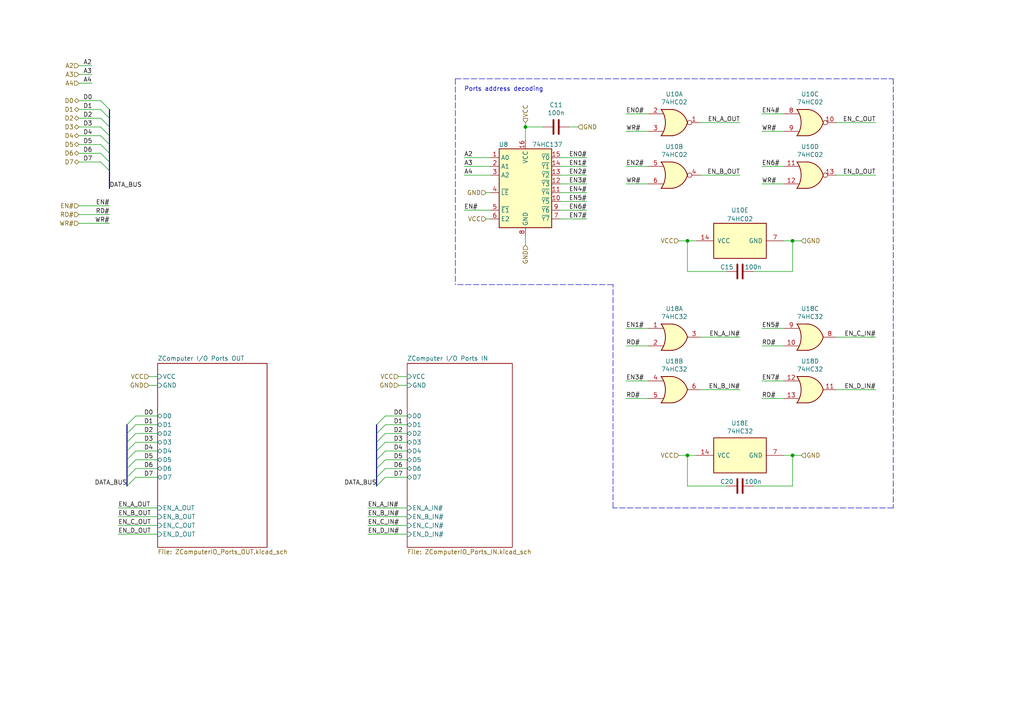
<source format=kicad_sch>
(kicad_sch (version 20211123) (generator eeschema)
  (paper "A4")
  (title_block (title "ZComputer I/O Ports") (date "2021-10-20") (rev "v1.2") (company "Maxime Chretien") (comment 1 "mchretien@linuxmail.org"))
  (lib_symbols
    (symbol "74xx:74HC02" (pin_names (offset 1.016))
      (property "Reference" "U" (at 0 1.27 0))
      (property "Value" "74HC02" (at 0 -1.27 0))
      (symbol "74HC02_1_1"
        (arc (start -3.81 -3.81) (mid -2.589 0) (end -3.81 3.81) (stroke (width 0.254)))
        (arc (start -0.6096 -3.81) (mid 2.1842 -2.5851) (end 3.81 0) (stroke (width 0.254)) (fill (type background)))
        (polyline (pts (xy -3.81 -3.81) (xy -0.635 -3.81)) (stroke (width 0.254)) (fill (type background)))
        (polyline (pts (xy -3.81 3.81) (xy -0.635 3.81)) (stroke (width 0.254)) (fill (type background)))
        (polyline (pts (xy -0.635 3.81) (xy -3.81 3.81) (xy -3.81 3.81) (xy -3.556 3.4036) (xy -3.0226 2.2606) (xy -2.6924 1.0414) (xy -2.6162 -0.254) (xy -2.7686 -1.4986) (xy -3.175 -2.7178) (xy -3.81 -3.81) (xy -3.81 -3.81) (xy -0.635 -3.81)) (stroke (width -25.4)) (fill (type background)))
        (arc (start 3.81 0) (mid 2.1915 2.5936) (end -0.6096 3.81) (stroke (width 0.254)) (fill (type background)))
        (pin output inverted (at 7.62 0 180) (length 3.81) (name "~") (number "1"))
        (pin input line (at -7.62 2.54 0) (length 4.318) (name "~") (number "2"))
        (pin input line (at -7.62 -2.54 0) (length 4.318) (name "~") (number "3"))
      )
      (symbol "74HC02_1_2"
        (arc (start 0 -3.81) (mid 3.81 0) (end 0 3.81) (stroke (width 0.254)) (fill (type background)))
        (polyline (pts (xy 0 3.81) (xy -3.81 3.81) (xy -3.81 -3.81) (xy 0 -3.81)) (stroke (width 0.254)) (fill (type background)))
        (pin output line (at 7.62 0 180) (length 3.81) (name "~") (number "1"))
        (pin input inverted (at -7.62 2.54 0) (length 3.81) (name "~") (number "2"))
        (pin input inverted (at -7.62 -2.54 0) (length 3.81) (name "~") (number "3"))
      )
      (symbol "74HC02_2_1"
        (arc (start -3.81 -3.81) (mid -2.589 0) (end -3.81 3.81) (stroke (width 0.254)))
        (arc (start -0.6096 -3.81) (mid 2.1842 -2.5851) (end 3.81 0) (stroke (width 0.254)) (fill (type background)))
        (polyline (pts (xy -3.81 -3.81) (xy -0.635 -3.81)) (stroke (width 0.254)) (fill (type background)))
        (polyline (pts (xy -3.81 3.81) (xy -0.635 3.81)) (stroke (width 0.254)) (fill (type background)))
        (polyline (pts (xy -0.635 3.81) (xy -3.81 3.81) (xy -3.81 3.81) (xy -3.556 3.4036) (xy -3.0226 2.2606) (xy -2.6924 1.0414) (xy -2.6162 -0.254) (xy -2.7686 -1.4986) (xy -3.175 -2.7178) (xy -3.81 -3.81) (xy -3.81 -3.81) (xy -0.635 -3.81)) (stroke (width -25.4)) (fill (type background)))
        (arc (start 3.81 0) (mid 2.1915 2.5936) (end -0.6096 3.81) (stroke (width 0.254)) (fill (type background)))
        (pin output inverted (at 7.62 0 180) (length 3.81) (name "~") (number "4"))
        (pin input line (at -7.62 2.54 0) (length 4.318) (name "~") (number "5"))
        (pin input line (at -7.62 -2.54 0) (length 4.318) (name "~") (number "6"))
      )
      (symbol "74HC02_2_2"
        (arc (start 0 -3.81) (mid 3.81 0) (end 0 3.81) (stroke (width 0.254)) (fill (type background)))
        (polyline (pts (xy 0 3.81) (xy -3.81 3.81) (xy -3.81 -3.81) (xy 0 -3.81)) (stroke (width 0.254)) (fill (type background)))
        (pin output line (at 7.62 0 180) (length 3.81) (name "~") (number "4"))
        (pin input inverted (at -7.62 2.54 0) (length 3.81) (name "~") (number "5"))
        (pin input inverted (at -7.62 -2.54 0) (length 3.81) (name "~") (number "6"))
      )
      (symbol "74HC02_3_1"
        (arc (start -3.81 -3.81) (mid -2.589 0) (end -3.81 3.81) (stroke (width 0.254)))
        (arc (start -0.6096 -3.81) (mid 2.1842 -2.5851) (end 3.81 0) (stroke (width 0.254)) (fill (type background)))
        (polyline (pts (xy -3.81 -3.81) (xy -0.635 -3.81)) (stroke (width 0.254)) (fill (type background)))
        (polyline (pts (xy -3.81 3.81) (xy -0.635 3.81)) (stroke (width 0.254)) (fill (type background)))
        (polyline (pts (xy -0.635 3.81) (xy -3.81 3.81) (xy -3.81 3.81) (xy -3.556 3.4036) (xy -3.0226 2.2606) (xy -2.6924 1.0414) (xy -2.6162 -0.254) (xy -2.7686 -1.4986) (xy -3.175 -2.7178) (xy -3.81 -3.81) (xy -3.81 -3.81) (xy -0.635 -3.81)) (stroke (width -25.4)) (fill (type background)))
        (arc (start 3.81 0) (mid 2.1915 2.5936) (end -0.6096 3.81) (stroke (width 0.254)) (fill (type background)))
        (pin output inverted (at 7.62 0 180) (length 3.81) (name "~") (number "10"))
        (pin input line (at -7.62 2.54 0) (length 4.318) (name "~") (number "8"))
        (pin input line (at -7.62 -2.54 0) (length 4.318) (name "~") (number "9"))
      )
      (symbol "74HC02_3_2"
        (arc (start 0 -3.81) (mid 3.81 0) (end 0 3.81) (stroke (width 0.254)) (fill (type background)))
        (polyline (pts (xy 0 3.81) (xy -3.81 3.81) (xy -3.81 -3.81) (xy 0 -3.81)) (stroke (width 0.254)) (fill (type background)))
        (pin output line (at 7.62 0 180) (length 3.81) (name "~") (number "10"))
        (pin input inverted (at -7.62 2.54 0) (length 3.81) (name "~") (number "8"))
        (pin input inverted (at -7.62 -2.54 0) (length 3.81) (name "~") (number "9"))
      )
      (symbol "74HC02_4_1"
        (arc (start -3.81 -3.81) (mid -2.589 0) (end -3.81 3.81) (stroke (width 0.254)))
        (arc (start -0.6096 -3.81) (mid 2.1842 -2.5851) (end 3.81 0) (stroke (width 0.254)) (fill (type background)))
        (polyline (pts (xy -3.81 -3.81) (xy -0.635 -3.81)) (stroke (width 0.254)) (fill (type background)))
        (polyline (pts (xy -3.81 3.81) (xy -0.635 3.81)) (stroke (width 0.254)) (fill (type background)))
        (polyline (pts (xy -0.635 3.81) (xy -3.81 3.81) (xy -3.81 3.81) (xy -3.556 3.4036) (xy -3.0226 2.2606) (xy -2.6924 1.0414) (xy -2.6162 -0.254) (xy -2.7686 -1.4986) (xy -3.175 -2.7178) (xy -3.81 -3.81) (xy -3.81 -3.81) (xy -0.635 -3.81)) (stroke (width -25.4)) (fill (type background)))
        (arc (start 3.81 0) (mid 2.1915 2.5936) (end -0.6096 3.81) (stroke (width 0.254)) (fill (type background)))
        (pin input line (at -7.62 2.54 0) (length 4.318) (name "~") (number "11"))
        (pin input line (at -7.62 -2.54 0) (length 4.318) (name "~") (number "12"))
        (pin output inverted (at 7.62 0 180) (length 3.81) (name "~") (number "13"))
      )
      (symbol "74HC02_4_2"
        (arc (start 0 -3.81) (mid 3.81 0) (end 0 3.81) (stroke (width 0.254)) (fill (type background)))
        (polyline (pts (xy 0 3.81) (xy -3.81 3.81) (xy -3.81 -3.81) (xy 0 -3.81)) (stroke (width 0.254)) (fill (type background)))
        (pin input inverted (at -7.62 2.54 0) (length 3.81) (name "~") (number "11"))
        (pin input inverted (at -7.62 -2.54 0) (length 3.81) (name "~") (number "12"))
        (pin output line (at 7.62 0 180) (length 3.81) (name "~") (number "13"))
      )
      (symbol "74HC02_5_0"
        (pin power_in line (at 0 12.7 270) (length 5.08) (name "VCC") (number "14"))
        (pin power_in line (at 0 -12.7 90) (length 5.08) (name "GND") (number "7"))
      )
      (symbol "74HC02_5_1"
        (rectangle (start -5.08 7.62) (end 5.08 -7.62) (stroke (width 0.254)) (fill (type background)))
      )
    )
    (symbol "74xx:74HC137"
      (property "Reference" "U" (at -7.62 13.97 0))
      (property "Value" "74HC137" (at 2.54 -11.43 0))
      (symbol "74HC137_0_1"
        (rectangle (start -7.62 12.7) (end 7.62 -10.16) (stroke (width 0.254)) (fill (type background)))
      )
      (symbol "74HC137_1_1"
        (pin input line (at -10.16 10.16 0) (length 2.54) (name "A0") (number "1"))
        (pin output line (at 10.16 -2.54 180) (length 2.54) (name "~{Y5}") (number "10"))
        (pin output line (at 10.16 0 180) (length 2.54) (name "~{Y4}") (number "11"))
        (pin output line (at 10.16 2.54 180) (length 2.54) (name "~{Y3}") (number "12"))
        (pin output line (at 10.16 5.08 180) (length 2.54) (name "~{Y2}") (number "13"))
        (pin output line (at 10.16 7.62 180) (length 2.54) (name "~{Y1}") (number "14"))
        (pin output line (at 10.16 10.16 180) (length 2.54) (name "~{Y0}") (number "15"))
        (pin power_in line (at 0 15.24 270) (length 2.54) (name "VCC") (number "16"))
        (pin input line (at -10.16 7.62 0) (length 2.54) (name "A1") (number "2"))
        (pin input line (at -10.16 5.08 0) (length 2.54) (name "A2") (number "3"))
        (pin input line (at -10.16 0 0) (length 2.54) (name "~{LE}") (number "4"))
        (pin input line (at -10.16 -5.08 0) (length 2.54) (name "~{E1}") (number "5"))
        (pin input line (at -10.16 -7.62 0) (length 2.54) (name "E2") (number "6"))
        (pin output line (at 10.16 -7.62 180) (length 2.54) (name "~{Y7}") (number "7"))
        (pin power_in line (at 0 -12.7 90) (length 2.54) (name "GND") (number "8"))
        (pin output line (at 10.16 -5.08 180) (length 2.54) (name "~{Y6}") (number "9"))
      )
    )
    (symbol "Device:C" (pin_numbers hide) (pin_names (offset 0.254))
      (property "Reference" "C" (at 0.635 2.54 0))
      (property "Value" "C" (at 0.635 -2.54 0))
      (symbol "C_0_1"
        (polyline (pts (xy -2.032 -0.762) (xy 2.032 -0.762)) (stroke (width 0.508)))
        (polyline (pts (xy -2.032 0.762) (xy 2.032 0.762)) (stroke (width 0.508)))
      )
      (symbol "C_1_1"
        (pin passive line (at 0 3.81 270) (length 2.794) (name "~") (number "1"))
        (pin passive line (at 0 -3.81 90) (length 2.794) (name "~") (number "2"))
      )
    )
    (symbol "Perso:74HC32" (pin_names (offset 1.016))
      (property "Reference" "U" (at 0 1.27 0))
      (property "Value" "74HC32" (at 0 -1.27 0))
      (symbol "74HC32_1_1"
        (arc (start -3.81 -3.81) (mid -2.589 0) (end -3.81 3.81) (stroke (width 0.254)))
        (arc (start -0.6096 -3.81) (mid 2.1855 -2.584) (end 3.81 0) (stroke (width 0.254)) (fill (type background)))
        (polyline (pts (xy -3.81 -3.81) (xy -0.635 -3.81)) (stroke (width 0.254)) (fill (type background)))
        (polyline (pts (xy -3.81 3.81) (xy -0.635 3.81)) (stroke (width 0.254)) (fill (type background)))
        (polyline (pts (xy -0.635 3.81) (xy -3.81 3.81) (xy -3.81 3.81) (xy -3.556 3.4036) (xy -3.0226 2.2606) (xy -2.6924 1.0414) (xy -2.6162 -0.254) (xy -2.7686 -1.4986) (xy -3.175 -2.7178) (xy -3.81 -3.81) (xy -3.81 -3.81) (xy -0.635 -3.81)) (stroke (width -25.4)) (fill (type background)))
        (arc (start 3.81 0) (mid 2.1928 2.5925) (end -0.6096 3.81) (stroke (width 0.254)) (fill (type background)))
        (pin input line (at -7.62 2.54 0) (length 4.318) (name "~") (number "1"))
        (pin input line (at -7.62 -2.54 0) (length 4.318) (name "~") (number "2"))
        (pin output line (at 7.62 0 180) (length 3.81) (name "~") (number "3"))
      )
      (symbol "74HC32_1_2"
        (arc (start 0 -3.81) (mid 3.81 0) (end 0 3.81) (stroke (width 0.254)) (fill (type background)))
        (polyline (pts (xy 0 3.81) (xy -3.81 3.81) (xy -3.81 -3.81) (xy 0 -3.81)) (stroke (width 0.254)) (fill (type background)))
        (pin input inverted (at -7.62 2.54 0) (length 3.81) (name "~") (number "1"))
        (pin input inverted (at -7.62 -2.54 0) (length 3.81) (name "~") (number "2"))
        (pin output inverted (at 7.62 0 180) (length 3.81) (name "~") (number "3"))
      )
      (symbol "74HC32_2_1"
        (arc (start -3.81 -3.81) (mid -2.589 0) (end -3.81 3.81) (stroke (width 0.254)))
        (arc (start -0.6096 -3.81) (mid 2.1855 -2.584) (end 3.81 0) (stroke (width 0.254)) (fill (type background)))
        (polyline (pts (xy -3.81 -3.81) (xy -0.635 -3.81)) (stroke (width 0.254)) (fill (type background)))
        (polyline (pts (xy -3.81 3.81) (xy -0.635 3.81)) (stroke (width 0.254)) (fill (type background)))
        (polyline (pts (xy -0.635 3.81) (xy -3.81 3.81) (xy -3.81 3.81) (xy -3.556 3.4036) (xy -3.0226 2.2606) (xy -2.6924 1.0414) (xy -2.6162 -0.254) (xy -2.7686 -1.4986) (xy -3.175 -2.7178) (xy -3.81 -3.81) (xy -3.81 -3.81) (xy -0.635 -3.81)) (stroke (width -25.4)) (fill (type background)))
        (arc (start 3.81 0) (mid 2.1928 2.5925) (end -0.6096 3.81) (stroke (width 0.254)) (fill (type background)))
        (pin input line (at -7.62 2.54 0) (length 4.318) (name "~") (number "4"))
        (pin input line (at -7.62 -2.54 0) (length 4.318) (name "~") (number "5"))
        (pin output line (at 7.62 0 180) (length 3.81) (name "~") (number "6"))
      )
      (symbol "74HC32_2_2"
        (arc (start 0 -3.81) (mid 3.81 0) (end 0 3.81) (stroke (width 0.254)) (fill (type background)))
        (polyline (pts (xy 0 3.81) (xy -3.81 3.81) (xy -3.81 -3.81) (xy 0 -3.81)) (stroke (width 0.254)) (fill (type background)))
        (pin input inverted (at -7.62 2.54 0) (length 3.81) (name "~") (number "4"))
        (pin input inverted (at -7.62 -2.54 0) (length 3.81) (name "~") (number "5"))
        (pin output inverted (at 7.62 0 180) (length 3.81) (name "~") (number "6"))
      )
      (symbol "74HC32_3_1"
        (arc (start -3.81 -3.81) (mid -2.589 0) (end -3.81 3.81) (stroke (width 0.254)))
        (arc (start -0.6096 -3.81) (mid 2.1855 -2.584) (end 3.81 0) (stroke (width 0.254)) (fill (type background)))
        (polyline (pts (xy -3.81 -3.81) (xy -0.635 -3.81)) (stroke (width 0.254)) (fill (type background)))
        (polyline (pts (xy -3.81 3.81) (xy -0.635 3.81)) (stroke (width 0.254)) (fill (type background)))
        (polyline (pts (xy -0.635 3.81) (xy -3.81 3.81) (xy -3.81 3.81) (xy -3.556 3.4036) (xy -3.0226 2.2606) (xy -2.6924 1.0414) (xy -2.6162 -0.254) (xy -2.7686 -1.4986) (xy -3.175 -2.7178) (xy -3.81 -3.81) (xy -3.81 -3.81) (xy -0.635 -3.81)) (stroke (width -25.4)) (fill (type background)))
        (arc (start 3.81 0) (mid 2.1928 2.5925) (end -0.6096 3.81) (stroke (width 0.254)) (fill (type background)))
        (pin input line (at -7.62 -2.54 0) (length 4.318) (name "~") (number "10"))
        (pin output line (at 7.62 0 180) (length 3.81) (name "~") (number "8"))
        (pin input line (at -7.62 2.54 0) (length 4.318) (name "~") (number "9"))
      )
      (symbol "74HC32_3_2"
        (arc (start 0 -3.81) (mid 3.81 0) (end 0 3.81) (stroke (width 0.254)) (fill (type background)))
        (polyline (pts (xy 0 3.81) (xy -3.81 3.81) (xy -3.81 -3.81) (xy 0 -3.81)) (stroke (width 0.254)) (fill (type background)))
        (pin input inverted (at -7.62 -2.54 0) (length 3.81) (name "~") (number "10"))
        (pin output inverted (at 7.62 0 180) (length 3.81) (name "~") (number "8"))
        (pin input inverted (at -7.62 2.54 0) (length 3.81) (name "~") (number "9"))
      )
      (symbol "74HC32_4_1"
        (arc (start -3.81 -3.81) (mid -2.589 0) (end -3.81 3.81) (stroke (width 0.254)))
        (arc (start -0.6096 -3.81) (mid 2.1855 -2.584) (end 3.81 0) (stroke (width 0.254)) (fill (type background)))
        (polyline (pts (xy -3.81 -3.81) (xy -0.635 -3.81)) (stroke (width 0.254)) (fill (type background)))
        (polyline (pts (xy -3.81 3.81) (xy -0.635 3.81)) (stroke (width 0.254)) (fill (type background)))
        (polyline (pts (xy -0.635 3.81) (xy -3.81 3.81) (xy -3.81 3.81) (xy -3.556 3.4036) (xy -3.0226 2.2606) (xy -2.6924 1.0414) (xy -2.6162 -0.254) (xy -2.7686 -1.4986) (xy -3.175 -2.7178) (xy -3.81 -3.81) (xy -3.81 -3.81) (xy -0.635 -3.81)) (stroke (width -25.4)) (fill (type background)))
        (arc (start 3.81 0) (mid 2.1928 2.5925) (end -0.6096 3.81) (stroke (width 0.254)) (fill (type background)))
        (pin output line (at 7.62 0 180) (length 3.81) (name "~") (number "11"))
        (pin input line (at -7.62 2.54 0) (length 4.318) (name "~") (number "12"))
        (pin input line (at -7.62 -2.54 0) (length 4.318) (name "~") (number "13"))
      )
      (symbol "74HC32_4_2"
        (arc (start 0 -3.81) (mid 3.81 0) (end 0 3.81) (stroke (width 0.254)) (fill (type background)))
        (polyline (pts (xy 0 3.81) (xy -3.81 3.81) (xy -3.81 -3.81) (xy 0 -3.81)) (stroke (width 0.254)) (fill (type background)))
        (pin output inverted (at 7.62 0 180) (length 3.81) (name "~") (number "11"))
        (pin input inverted (at -7.62 2.54 0) (length 3.81) (name "~") (number "12"))
        (pin input inverted (at -7.62 -2.54 0) (length 3.81) (name "~") (number "13"))
      )
      (symbol "74HC32_5_0"
        (pin power_in line (at 0 12.7 270) (length 5.08) (name "VCC") (number "14"))
        (pin power_in line (at 0 -12.7 90) (length 5.08) (name "GND") (number "7"))
      )
      (symbol "74HC32_5_1"
        (rectangle (start -5.08 7.62) (end 5.08 -7.62) (stroke (width 0.254)) (fill (type background)))
      )
    )
  )
  (junction (at 229.87 132.08))
  (junction (at 199.39 132.08))
  (junction (at 229.87 69.85))
  (junction (at 152.4 36.83))
  (junction (at 199.39 69.85))
  (bus_entry (at 29.21 39.37) (size 2.54 2.54))
  (bus_entry (at 111.76 138.43) (size -2.54 2.54))
  (bus_entry (at 111.76 133.35) (size -2.54 2.54))
  (bus_entry (at 111.76 123.19) (size -2.54 2.54))
  (bus_entry (at 29.21 41.91) (size 2.54 2.54))
  (bus_entry (at 29.21 31.75) (size 2.54 2.54))
  (bus_entry (at 111.76 130.81) (size -2.54 2.54))
  (bus_entry (at 39.37 135.89) (size -2.54 2.54))
  (bus_entry (at 29.21 36.83) (size 2.54 2.54))
  (bus_entry (at 39.37 120.65) (size -2.54 2.54))
  (bus_entry (at 39.37 125.73) (size -2.54 2.54))
  (bus_entry (at 39.37 128.27) (size -2.54 2.54))
  (bus_entry (at 39.37 123.19) (size -2.54 2.54))
  (bus_entry (at 111.76 135.89) (size -2.54 2.54))
  (bus_entry (at 111.76 128.27) (size -2.54 2.54))
  (bus_entry (at 39.37 130.81) (size -2.54 2.54))
  (bus_entry (at 29.21 44.45) (size 2.54 2.54))
  (bus_entry (at 111.76 120.65) (size -2.54 2.54))
  (bus_entry (at 39.37 133.35) (size -2.54 2.54))
  (bus_entry (at 29.21 34.29) (size 2.54 2.54))
  (bus_entry (at 111.76 125.73) (size -2.54 2.54))
  (bus_entry (at 29.21 46.99) (size 2.54 2.54))
  (bus_entry (at 39.37 138.43) (size -2.54 2.54))
  (bus_entry (at 29.21 29.21) (size 2.54 2.54))
  (wire (pts (xy 118.11 123.19) (xy 111.76 123.19)))
  (wire (pts (xy 187.96 38.1) (xy 181.61 38.1)))
  (wire (pts (xy 22.86 24.13) (xy 26.67 24.13)))
  (bus (pts (xy 109.22 125.73) (xy 109.22 128.27)))
  (wire (pts (xy 218.44 78.74) (xy 229.87 78.74)))
  (wire (pts (xy 162.56 45.72) (xy 170.18 45.72)))
  (wire (pts (xy 142.24 50.8) (xy 134.62 50.8)))
  (wire (pts (xy 22.86 46.99) (xy 29.21 46.99)))
  (wire (pts (xy 22.86 34.29) (xy 29.21 34.29)))
  (wire (pts (xy 118.11 125.73) (xy 111.76 125.73)))
  (wire (pts (xy 118.11 138.43) (xy 111.76 138.43)))
  (wire (pts (xy 118.11 128.27) (xy 111.76 128.27)))
  (wire (pts (xy 199.39 78.74) (xy 210.82 78.74)))
  (wire (pts (xy 242.57 35.56) (xy 254 35.56)))
  (wire (pts (xy 45.72 147.32) (xy 34.29 147.32)))
  (wire (pts (xy 227.33 38.1) (xy 220.98 38.1)))
  (wire (pts (xy 242.57 97.79) (xy 254 97.79)))
  (wire (pts (xy 203.2 97.79) (xy 214.63 97.79)))
  (bus (pts (xy 31.75 49.53) (xy 31.75 54.61)))
  (wire (pts (xy 232.41 132.08) (xy 229.87 132.08)))
  (wire (pts (xy 118.11 154.94) (xy 106.68 154.94)))
  (wire (pts (xy 118.11 152.4) (xy 106.68 152.4)))
  (wire (pts (xy 45.72 152.4) (xy 34.29 152.4)))
  (bus (pts (xy 36.83 135.89) (xy 36.83 138.43)))
  (wire (pts (xy 22.86 39.37) (xy 29.21 39.37)))
  (bus (pts (xy 109.22 128.27) (xy 109.22 130.81)))
  (wire (pts (xy 31.75 59.69) (xy 22.86 59.69)))
  (wire (pts (xy 152.4 35.56) (xy 152.4 36.83)))
  (wire (pts (xy 227.33 115.57) (xy 220.98 115.57)))
  (wire (pts (xy 218.44 140.97) (xy 229.87 140.97)))
  (wire (pts (xy 22.86 36.83) (xy 29.21 36.83)))
  (wire (pts (xy 162.56 50.8) (xy 170.18 50.8)))
  (wire (pts (xy 187.96 33.02) (xy 181.61 33.02)))
  (wire (pts (xy 45.72 133.35) (xy 39.37 133.35)))
  (wire (pts (xy 45.72 128.27) (xy 39.37 128.27)))
  (wire (pts (xy 152.4 36.83) (xy 152.4 40.64)))
  (bus (pts (xy 31.75 46.99) (xy 31.75 49.53)))
  (wire (pts (xy 227.33 33.02) (xy 220.98 33.02)))
  (polyline (pts (xy 132.08 22.86) (xy 259.08 22.86)))
  (wire (pts (xy 199.39 140.97) (xy 199.39 132.08)))
  (bus (pts (xy 109.22 133.35) (xy 109.22 135.89)))
  (wire (pts (xy 203.2 35.56) (xy 214.63 35.56)))
  (wire (pts (xy 118.11 130.81) (xy 111.76 130.81)))
  (wire (pts (xy 162.56 58.42) (xy 170.18 58.42)))
  (bus (pts (xy 31.75 44.45) (xy 31.75 46.99)))
  (wire (pts (xy 31.75 64.77) (xy 22.86 64.77)))
  (wire (pts (xy 29.21 29.21) (xy 22.86 29.21)))
  (wire (pts (xy 22.86 19.05) (xy 26.67 19.05)))
  (wire (pts (xy 118.11 149.86) (xy 106.68 149.86)))
  (wire (pts (xy 187.96 110.49) (xy 181.61 110.49)))
  (wire (pts (xy 45.72 135.89) (xy 39.37 135.89)))
  (wire (pts (xy 199.39 132.08) (xy 196.85 132.08)))
  (polyline (pts (xy 132.08 22.86) (xy 132.08 82.55)))
  (wire (pts (xy 43.18 111.76) (xy 45.72 111.76)))
  (wire (pts (xy 142.24 60.96) (xy 134.62 60.96)))
  (wire (pts (xy 22.86 41.91) (xy 29.21 41.91)))
  (wire (pts (xy 227.33 48.26) (xy 220.98 48.26)))
  (bus (pts (xy 36.83 125.73) (xy 36.83 128.27)))
  (wire (pts (xy 118.11 135.89) (xy 111.76 135.89)))
  (wire (pts (xy 140.97 55.88) (xy 142.24 55.88)))
  (wire (pts (xy 187.96 100.33) (xy 181.61 100.33)))
  (wire (pts (xy 45.72 125.73) (xy 39.37 125.73)))
  (wire (pts (xy 201.93 132.08) (xy 199.39 132.08)))
  (wire (pts (xy 229.87 69.85) (xy 227.33 69.85)))
  (wire (pts (xy 45.72 109.22) (xy 43.18 109.22)))
  (wire (pts (xy 199.39 140.97) (xy 210.82 140.97)))
  (polyline (pts (xy 259.08 22.86) (xy 259.08 147.32)))
  (wire (pts (xy 118.11 147.32) (xy 106.68 147.32)))
  (polyline (pts (xy 177.8 82.55) (xy 132.08 82.55)))
  (wire (pts (xy 45.72 138.43) (xy 39.37 138.43)))
  (wire (pts (xy 162.56 53.34) (xy 170.18 53.34)))
  (wire (pts (xy 115.57 111.76) (xy 118.11 111.76)))
  (wire (pts (xy 162.56 63.5) (xy 170.18 63.5)))
  (wire (pts (xy 162.56 60.96) (xy 170.18 60.96)))
  (wire (pts (xy 157.48 36.83) (xy 152.4 36.83)))
  (polyline (pts (xy 177.8 147.32) (xy 177.8 82.55)))
  (wire (pts (xy 199.39 69.85) (xy 196.85 69.85)))
  (wire (pts (xy 142.24 63.5) (xy 140.97 63.5)))
  (bus (pts (xy 36.83 128.27) (xy 36.83 130.81)))
  (bus (pts (xy 31.75 39.37) (xy 31.75 41.91)))
  (bus (pts (xy 31.75 36.83) (xy 31.75 39.37)))
  (wire (pts (xy 45.72 154.94) (xy 34.29 154.94)))
  (wire (pts (xy 199.39 78.74) (xy 199.39 69.85)))
  (wire (pts (xy 203.2 113.03) (xy 214.63 113.03)))
  (wire (pts (xy 45.72 149.86) (xy 34.29 149.86)))
  (wire (pts (xy 242.57 50.8) (xy 254 50.8)))
  (wire (pts (xy 229.87 69.85) (xy 229.87 78.74)))
  (bus (pts (xy 36.83 130.81) (xy 36.83 133.35)))
  (wire (pts (xy 187.96 53.34) (xy 181.61 53.34)))
  (wire (pts (xy 162.56 48.26) (xy 170.18 48.26)))
  (wire (pts (xy 187.96 115.57) (xy 181.61 115.57)))
  (wire (pts (xy 203.2 50.8) (xy 214.63 50.8)))
  (wire (pts (xy 118.11 133.35) (xy 111.76 133.35)))
  (wire (pts (xy 227.33 110.49) (xy 220.98 110.49)))
  (wire (pts (xy 45.72 130.81) (xy 39.37 130.81)))
  (wire (pts (xy 45.72 123.19) (xy 39.37 123.19)))
  (wire (pts (xy 22.86 44.45) (xy 29.21 44.45)))
  (wire (pts (xy 201.93 69.85) (xy 199.39 69.85)))
  (bus (pts (xy 109.22 138.43) (xy 109.22 140.97)))
  (wire (pts (xy 227.33 100.33) (xy 220.98 100.33)))
  (wire (pts (xy 111.76 120.65) (xy 118.11 120.65)))
  (wire (pts (xy 22.86 31.75) (xy 29.21 31.75)))
  (bus (pts (xy 31.75 41.91) (xy 31.75 44.45)))
  (wire (pts (xy 242.57 113.03) (xy 254 113.03)))
  (bus (pts (xy 109.22 135.89) (xy 109.22 138.43)))
  (wire (pts (xy 142.24 48.26) (xy 134.62 48.26)))
  (bus (pts (xy 109.22 123.19) (xy 109.22 125.73)))
  (wire (pts (xy 229.87 132.08) (xy 229.87 140.97)))
  (bus (pts (xy 109.22 130.81) (xy 109.22 133.35)))
  (wire (pts (xy 229.87 132.08) (xy 227.33 132.08)))
  (wire (pts (xy 31.75 62.23) (xy 22.86 62.23)))
  (wire (pts (xy 26.67 21.59) (xy 22.86 21.59)))
  (wire (pts (xy 187.96 48.26) (xy 181.61 48.26)))
  (wire (pts (xy 162.56 55.88) (xy 170.18 55.88)))
  (bus (pts (xy 31.75 34.29) (xy 31.75 36.83)))
  (wire (pts (xy 39.37 120.65) (xy 45.72 120.65)))
  (bus (pts (xy 36.83 138.43) (xy 36.83 140.97)))
  (wire (pts (xy 152.4 68.58) (xy 152.4 71.12)))
  (wire (pts (xy 187.96 95.25) (xy 181.61 95.25)))
  (polyline (pts (xy 259.08 147.32) (xy 177.8 147.32)))
  (bus (pts (xy 36.83 123.19) (xy 36.83 125.73)))
  (wire (pts (xy 232.41 69.85) (xy 229.87 69.85)))
  (wire (pts (xy 118.11 109.22) (xy 115.57 109.22)))
  (wire (pts (xy 142.24 45.72) (xy 134.62 45.72)))
  (wire (pts (xy 227.33 53.34) (xy 220.98 53.34)))
  (wire (pts (xy 165.1 36.83) (xy 167.64 36.83)))
  (bus (pts (xy 36.83 133.35) (xy 36.83 135.89)))
  (wire (pts (xy 227.33 95.25) (xy 220.98 95.25)))
  (bus (pts (xy 31.75 31.75) (xy 31.75 34.29)))
  (text "Ports address decoding" (at 134.62 26.67 0) (effects (font (size 1.27 1.27)) (justify left bottom)))
  (label "EN_C_IN#" (at 254 97.79 180))
  (label "WR#" (at 220.98 53.34 0))
  (label "EN_A_OUT" (at 214.63 35.56 180))
  (label "RD#" (at 220.98 100.33 0))
  (label "EN_C_OUT" (at 34.29 152.4 0))
  (label "RD#" (at 181.61 100.33 0))
  (label "EN_B_IN#" (at 106.68 149.86 0))
  (label "EN_D_OUT" (at 254 50.8 180))
  (label "EN_D_IN#" (at 254 113.03 180))
  (label "D6" (at 44.45 135.89 180))
  (label "D4" (at 44.45 130.81 180))
  (label "EN#" (at 31.75 59.69 180))
  (label "D7" (at 44.45 138.43 180))
  (label "RD#" (at 220.98 115.57 0))
  (label "EN2#" (at 181.61 48.26 0))
  (label "D7" (at 116.84 138.43 180))
  (label "D4" (at 116.84 130.81 180))
  (label "EN4#" (at 170.18 55.88 180))
  (label "D2" (at 116.84 125.73 180))
  (label "EN5#" (at 220.98 95.25 0))
  (label "EN0#" (at 170.18 45.72 180))
  (label "A3" (at 26.67 21.59 180))
  (label "D0" (at 44.45 120.65 180))
  (label "EN_B_IN#" (at 214.63 113.03 180))
  (label "EN5#" (at 170.18 58.42 180))
  (label "EN4#" (at 220.98 33.02 0))
  (label "EN_A_IN#" (at 214.63 97.79 180))
  (label "A4" (at 26.67 24.13 180))
  (label "WR#" (at 181.61 53.34 0))
  (label "EN_B_OUT" (at 34.29 149.86 0))
  (label "D0" (at 116.84 120.65 180))
  (label "WR#" (at 181.61 38.1 0))
  (label "EN1#" (at 181.61 95.25 0))
  (label "D3" (at 24.13 36.83 0))
  (label "EN2#" (at 170.18 50.8 180))
  (label "RD#" (at 181.61 115.57 0))
  (label "D2" (at 44.45 125.73 180))
  (label "EN_B_OUT" (at 214.63 50.8 180))
  (label "D6" (at 24.13 44.45 0))
  (label "D5" (at 116.84 133.35 180))
  (label "D3" (at 44.45 128.27 180))
  (label "EN_C_OUT" (at 254 35.56 180))
  (label "D0" (at 24.13 29.21 0))
  (label "EN_D_OUT" (at 34.29 154.94 0))
  (label "DATA_BUS" (at 31.75 54.61 0))
  (label "EN_C_IN#" (at 106.68 152.4 0))
  (label "WR#" (at 31.75 64.77 180))
  (label "EN6#" (at 170.18 60.96 180))
  (label "EN_D_IN#" (at 106.68 154.94 0))
  (label "D6" (at 116.84 135.89 180))
  (label "EN_A_OUT" (at 34.29 147.32 0))
  (label "EN0#" (at 181.61 33.02 0))
  (label "DATA_BUS" (at 109.22 140.97 180))
  (label "EN7#" (at 170.18 63.5 180))
  (label "A3" (at 134.62 48.26 0))
  (label "D3" (at 116.84 128.27 180))
  (label "EN_A_IN#" (at 106.68 147.32 0))
  (label "D1" (at 24.13 31.75 0))
  (label "D5" (at 24.13 41.91 0))
  (label "EN#" (at 134.62 60.96 0))
  (label "DATA_BUS" (at 36.83 140.97 180))
  (label "EN3#" (at 170.18 53.34 180))
  (label "RD#" (at 31.75 62.23 180))
  (label "EN1#" (at 170.18 48.26 180))
  (label "D5" (at 44.45 133.35 180))
  (label "D1" (at 44.45 123.19 180))
  (label "EN3#" (at 181.61 110.49 0))
  (label "EN6#" (at 220.98 48.26 0))
  (label "D7" (at 24.13 46.99 0))
  (label "A4" (at 134.62 50.8 0))
  (label "WR#" (at 220.98 38.1 0))
  (label "EN7#" (at 220.98 110.49 0))
  (label "D4" (at 24.13 39.37 0))
  (label "A2" (at 26.67 19.05 180))
  (label "A2" (at 134.62 45.72 0))
  (label "D1" (at 116.84 123.19 180))
  (label "D2" (at 24.13 34.29 0))
  (hierarchical_label "D2" (shape bidirectional) (at 22.86 34.29 180))
  (hierarchical_label "A4" (shape input) (at 22.86 24.13 180))
  (hierarchical_label "GND" (shape input) (at 140.97 55.88 180))
  (hierarchical_label "VCC" (shape input) (at 152.4 35.56 90))
  (hierarchical_label "A3" (shape input) (at 22.86 21.59 180))
  (hierarchical_label "D3" (shape bidirectional) (at 22.86 36.83 180))
  (hierarchical_label "GND" (shape input) (at 232.41 132.08 0))
  (hierarchical_label "VCC" (shape input) (at 140.97 63.5 180))
  (hierarchical_label "D1" (shape bidirectional) (at 22.86 31.75 180))
  (hierarchical_label "D7" (shape bidirectional) (at 22.86 46.99 180))
  (hierarchical_label "EN#" (shape input) (at 22.86 59.69 180))
  (hierarchical_label "RD#" (shape input) (at 22.86 62.23 180))
  (hierarchical_label "D5" (shape bidirectional) (at 22.86 41.91 180))
  (hierarchical_label "A2" (shape input) (at 22.86 19.05 180))
  (hierarchical_label "GND" (shape input) (at 152.4 71.12 270))
  (hierarchical_label "WR#" (shape input) (at 22.86 64.77 180))
  (hierarchical_label "VCC" (shape input) (at 196.85 132.08 180))
  (hierarchical_label "VCC" (shape input) (at 43.18 109.22 180))
  (hierarchical_label "GND" (shape input) (at 115.57 111.76 180))
  (hierarchical_label "GND" (shape input) (at 43.18 111.76 180))
  (hierarchical_label "D4" (shape bidirectional) (at 22.86 39.37 180))
  (hierarchical_label "VCC" (shape input) (at 196.85 69.85 180))
  (hierarchical_label "GND" (shape input) (at 167.64 36.83 0))
  (hierarchical_label "GND" (shape input) (at 232.41 69.85 0))
  (hierarchical_label "D6" (shape bidirectional) (at 22.86 44.45 180))
  (hierarchical_label "VCC" (shape input) (at 115.57 109.22 180))
  (hierarchical_label "D0" (shape bidirectional) (at 22.86 29.21 180))
  (symbol (lib_id "Device:C") (at 214.63 78.74 270) (unit 1)
    (property "Reference" "C15" (at 210.82 77.47 90))
    (property "Value" "100n" (at 218.44 77.47 90))
  )
  (symbol (lib_id "74xx:74HC02") (at 195.58 35.56 0) (unit 1)
    (property "Reference" "U10" (at 195.58 27.305 0))
    (property "Value" "74HC02" (at 195.58 29.6164 0))
    (property "Datasheet" "http://www.ti.com/lit/gpn/sn74hc02" (effects hide))
  )
  (symbol (lib_id "74xx:74HC02") (at 214.63 69.85 90) (unit 5)
    (property "Reference" "U10" (at 217.17 60.96 90) (effects (justify left)))
    (property "Value" "74HC02" (at 218.44 63.5 90) (effects (justify left)))
    (property "Datasheet" "http://www.ti.com/lit/gpn/sn74hc02" (effects hide))
  )
  (symbol (lib_id "74xx:74HC137") (at 152.4 55.88 0) (unit 1)
    (property "Reference" "U8" (at 146.05 41.91 0))
    (property "Value" "74HC137" (at 158.75 41.91 0))
    (property "Datasheet" "http://www.ti.com/lit/ds/symlink/cd74hc237.pdf" (effects hide))
  )
  (symbol (lib_id "Device:C") (at 161.29 36.83 270) (unit 1)
    (property "Reference" "C11" (at 161.29 30.4292 90))
    (property "Value" "100n" (at 161.29 32.7406 90))
  )
  (symbol (lib_id "Perso:74HC32") (at 195.58 97.79 0) (unit 1)
    (property "Reference" "U18" (at 195.58 89.535 0))
    (property "Value" "74HC32" (at 195.58 91.8464 0))
  )
  (symbol (lib_id "Perso:74HC32") (at 195.58 113.03 0) (unit 2)
    (property "Reference" "U18" (at 195.58 104.775 0))
    (property "Value" "74HC32" (at 195.58 107.0864 0))
  )
  (symbol (lib_id "Perso:74HC32") (at 234.95 97.79 0) (unit 3)
    (property "Reference" "U18" (at 234.95 89.535 0))
    (property "Value" "74HC32" (at 234.95 91.8464 0))
  )
  (symbol (lib_id "Perso:74HC32") (at 234.95 113.03 0) (unit 4)
    (property "Reference" "U18" (at 234.95 104.775 0))
    (property "Value" "74HC32" (at 234.95 107.0864 0))
  )
  (symbol (lib_id "Perso:74HC32") (at 214.63 132.08 90) (unit 5)
    (property "Reference" "U18" (at 214.63 122.7582 90))
    (property "Value" "74HC32" (at 214.63 125.0696 90))
  )
  (symbol (lib_id "Device:C") (at 214.63 140.97 270) (unit 1)
    (property "Reference" "C20" (at 210.82 139.7 90))
    (property "Value" "100n" (at 218.44 139.7 90))
  )
  (symbol (lib_id "74xx:74HC02") (at 195.58 50.8 0) (unit 2)
    (property "Reference" "U10" (at 195.58 42.545 0))
    (property "Value" "74HC02" (at 195.58 44.8564 0))
    (property "Datasheet" "http://www.ti.com/lit/gpn/sn74hc02" (effects hide))
  )
  (symbol (lib_id "74xx:74HC02") (at 234.95 35.56 0) (unit 3)
    (property "Reference" "U10" (at 234.95 27.305 0))
    (property "Value" "74HC02" (at 234.95 29.6164 0))
    (property "Datasheet" "http://www.ti.com/lit/gpn/sn74hc02" (effects hide))
  )
  (symbol (lib_id "74xx:74HC02") (at 234.95 50.8 0) (unit 4)
    (property "Reference" "U10" (at 234.95 42.545 0))
    (property "Value" "74HC02" (at 234.95 44.8564 0))
    (property "Datasheet" "http://www.ti.com/lit/gpn/sn74hc02" (effects hide))
  )
  (sheet (at 45.72 105.41) (size 31.75 53.34)
    (property "Sheet name" "ZComputer I/O Ports OUT" (at 45.72 104.6984 0) (effects (justify left bottom)))
    (property "Sheet file" "ZComputerIO_Ports_OUT.kicad_sch" (at 45.72 159.3346 0) (effects (justify left top)))
    (pin "VCC" input (at 45.72 109.22 180))
    (pin "GND" input (at 45.72 111.76 180))
    (pin "D7" bidirectional (at 45.72 138.43 180))
    (pin "D6" bidirectional (at 45.72 135.89 180))
    (pin "D5" bidirectional (at 45.72 133.35 180))
    (pin "D4" bidirectional (at 45.72 130.81 180))
    (pin "D3" bidirectional (at 45.72 128.27 180))
    (pin "D2" bidirectional (at 45.72 125.73 180))
    (pin "D1" bidirectional (at 45.72 123.19 180))
    (pin "D0" bidirectional (at 45.72 120.65 180))
    (pin "EN_A_OUT" input (at 45.72 147.32 180))
    (pin "EN_B_OUT" input (at 45.72 149.86 180))
    (pin "EN_C_OUT" input (at 45.72 152.4 180))
    (pin "EN_D_OUT" input (at 45.72 154.94 180))
  )
  (sheet (at 118.11 105.41) (size 30.48 53.34)
    (property "Sheet name" "ZComputer I/O Ports IN" (at 118.11 104.6984 0) (effects (justify left bottom)))
    (property "Sheet file" "ZComputerIO_Ports_IN.kicad_sch" (at 118.11 159.3346 0) (effects (justify left top)))
    (pin "GND" input (at 118.11 111.76 180))
    (pin "VCC" input (at 118.11 109.22 180))
    (pin "D7" bidirectional (at 118.11 138.43 180))
    (pin "D6" bidirectional (at 118.11 135.89 180))
    (pin "D5" bidirectional (at 118.11 133.35 180))
    (pin "D4" bidirectional (at 118.11 130.81 180))
    (pin "D3" bidirectional (at 118.11 128.27 180))
    (pin "D2" bidirectional (at 118.11 125.73 180))
    (pin "D1" bidirectional (at 118.11 123.19 180))
    (pin "D0" bidirectional (at 118.11 120.65 180))
    (pin "EN_C_IN#" input (at 118.11 152.4 180))
    (pin "EN_A_IN#" input (at 118.11 147.32 180))
    (pin "EN_B_IN#" input (at 118.11 149.86 180))
    (pin "EN_D_IN#" input (at 118.11 154.94 180))
  )
)
</source>
